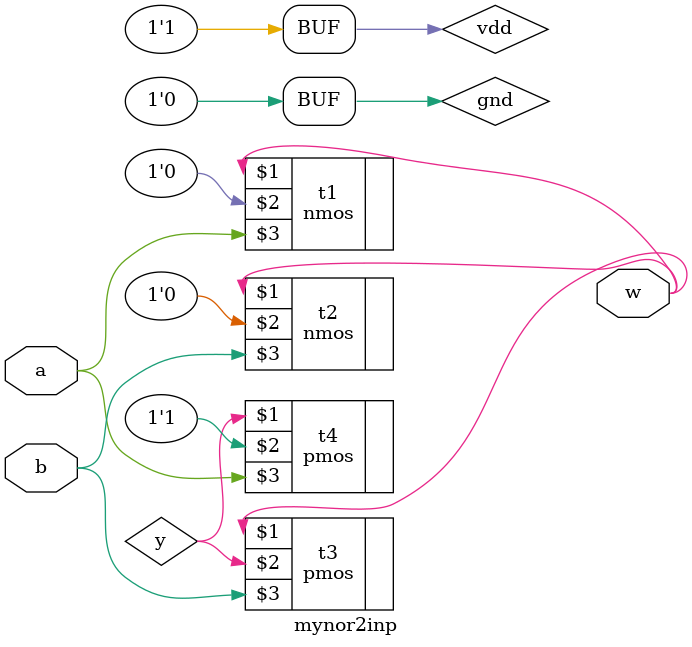
<source format=v>
`timescale 1ns/1ns

module mynor2inp(input a , b , output w);
	supply1 vdd;
	supply0 gnd;
	wire y;
	nmos #(3, 4, 5) t1(w, gnd, a) , t2(w, gnd, b);
	pmos #(5, 6, 7) t3(w, y, b) , t4(y, vdd, a);
endmodule
</source>
